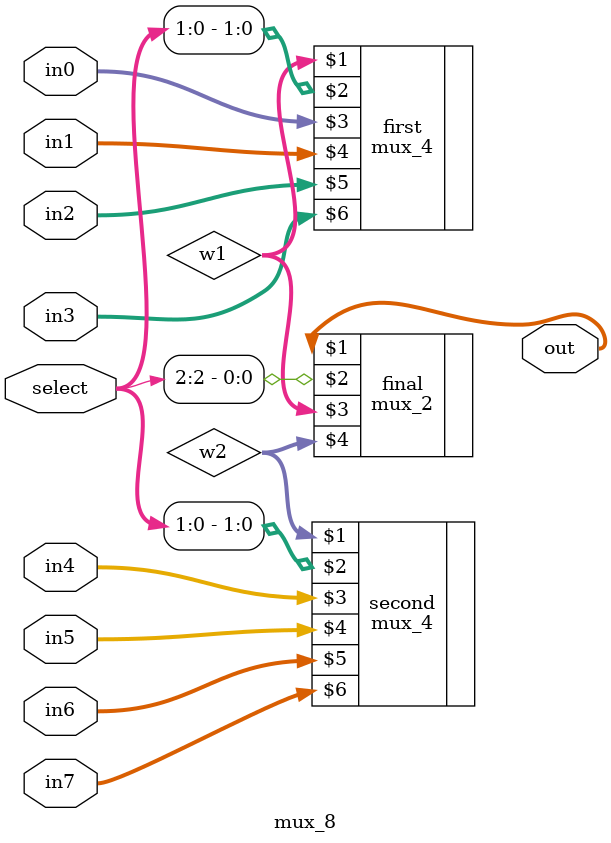
<source format=v>
module mux_8 (out, select, in0, in1, in2, in3, in4, in5, in6, in7);

    input [2:0] select;
    input [31:0] in0, in1, in2, in3, in4, in5, in6, in7;
    output [31:0] out;
    wire [31:0] w1, w2;

    mux_4 first(w1,select[1:0], in0, in1, in2, in3);
    mux_4 second(w2,select[1:0], in4, in5, in6, in7);
    mux_2 final(out, select[2], w1, w2);

endmodule
</source>
